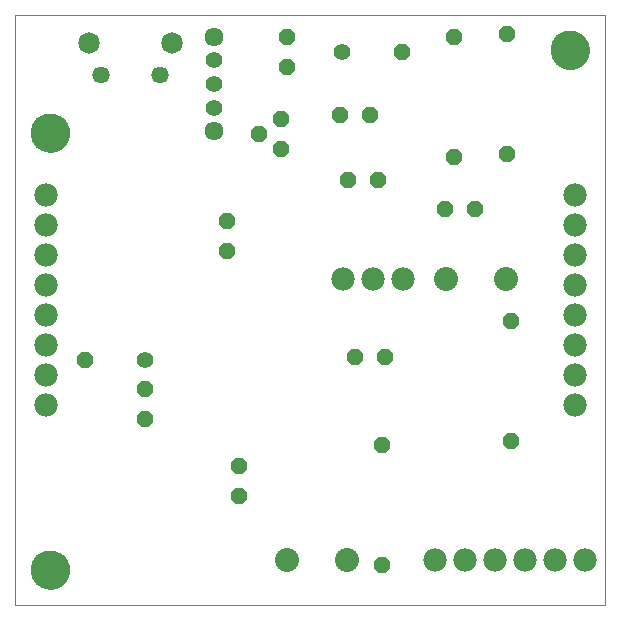
<source format=gbs>
G04 EAGLE Gerber RS-274X export*
G75*
%MOMM*%
%FSLAX34Y34*%
%LPD*%
%INSolder Mask bottom*%
%IPPOS*%
%AMOC8*
5,1,8,0,0,1.08239X$1,22.5*%
G01*
%ADD10C,0.000000*%
%ADD11C,3.301600*%
%ADD12P,1.539592X8X292.500000*%
%ADD13P,1.539592X8X22.500000*%
%ADD14C,1.422400*%
%ADD15P,1.539592X8X202.500000*%
%ADD16P,1.539592X8X112.500000*%
%ADD17C,1.459600*%
%ADD18C,1.826600*%
%ADD19C,1.981200*%
%ADD20C,2.032000*%
%ADD21C,1.409600*%
%ADD22C,1.609600*%


D10*
X0Y0D02*
X500000Y0D01*
X500000Y500000D01*
X0Y500000D01*
X0Y0D01*
X454000Y470000D02*
X454005Y470393D01*
X454019Y470785D01*
X454043Y471177D01*
X454077Y471568D01*
X454120Y471959D01*
X454173Y472348D01*
X454236Y472735D01*
X454307Y473121D01*
X454389Y473506D01*
X454479Y473888D01*
X454580Y474267D01*
X454689Y474645D01*
X454808Y475019D01*
X454935Y475390D01*
X455072Y475758D01*
X455218Y476123D01*
X455373Y476484D01*
X455536Y476841D01*
X455708Y477194D01*
X455889Y477542D01*
X456079Y477886D01*
X456276Y478226D01*
X456482Y478560D01*
X456696Y478889D01*
X456919Y479213D01*
X457149Y479531D01*
X457386Y479844D01*
X457632Y480150D01*
X457885Y480451D01*
X458145Y480745D01*
X458412Y481033D01*
X458686Y481314D01*
X458967Y481588D01*
X459255Y481855D01*
X459549Y482115D01*
X459850Y482368D01*
X460156Y482614D01*
X460469Y482851D01*
X460787Y483081D01*
X461111Y483304D01*
X461440Y483518D01*
X461774Y483724D01*
X462114Y483921D01*
X462458Y484111D01*
X462806Y484292D01*
X463159Y484464D01*
X463516Y484627D01*
X463877Y484782D01*
X464242Y484928D01*
X464610Y485065D01*
X464981Y485192D01*
X465355Y485311D01*
X465733Y485420D01*
X466112Y485521D01*
X466494Y485611D01*
X466879Y485693D01*
X467265Y485764D01*
X467652Y485827D01*
X468041Y485880D01*
X468432Y485923D01*
X468823Y485957D01*
X469215Y485981D01*
X469607Y485995D01*
X470000Y486000D01*
X470393Y485995D01*
X470785Y485981D01*
X471177Y485957D01*
X471568Y485923D01*
X471959Y485880D01*
X472348Y485827D01*
X472735Y485764D01*
X473121Y485693D01*
X473506Y485611D01*
X473888Y485521D01*
X474267Y485420D01*
X474645Y485311D01*
X475019Y485192D01*
X475390Y485065D01*
X475758Y484928D01*
X476123Y484782D01*
X476484Y484627D01*
X476841Y484464D01*
X477194Y484292D01*
X477542Y484111D01*
X477886Y483921D01*
X478226Y483724D01*
X478560Y483518D01*
X478889Y483304D01*
X479213Y483081D01*
X479531Y482851D01*
X479844Y482614D01*
X480150Y482368D01*
X480451Y482115D01*
X480745Y481855D01*
X481033Y481588D01*
X481314Y481314D01*
X481588Y481033D01*
X481855Y480745D01*
X482115Y480451D01*
X482368Y480150D01*
X482614Y479844D01*
X482851Y479531D01*
X483081Y479213D01*
X483304Y478889D01*
X483518Y478560D01*
X483724Y478226D01*
X483921Y477886D01*
X484111Y477542D01*
X484292Y477194D01*
X484464Y476841D01*
X484627Y476484D01*
X484782Y476123D01*
X484928Y475758D01*
X485065Y475390D01*
X485192Y475019D01*
X485311Y474645D01*
X485420Y474267D01*
X485521Y473888D01*
X485611Y473506D01*
X485693Y473121D01*
X485764Y472735D01*
X485827Y472348D01*
X485880Y471959D01*
X485923Y471568D01*
X485957Y471177D01*
X485981Y470785D01*
X485995Y470393D01*
X486000Y470000D01*
X485995Y469607D01*
X485981Y469215D01*
X485957Y468823D01*
X485923Y468432D01*
X485880Y468041D01*
X485827Y467652D01*
X485764Y467265D01*
X485693Y466879D01*
X485611Y466494D01*
X485521Y466112D01*
X485420Y465733D01*
X485311Y465355D01*
X485192Y464981D01*
X485065Y464610D01*
X484928Y464242D01*
X484782Y463877D01*
X484627Y463516D01*
X484464Y463159D01*
X484292Y462806D01*
X484111Y462458D01*
X483921Y462114D01*
X483724Y461774D01*
X483518Y461440D01*
X483304Y461111D01*
X483081Y460787D01*
X482851Y460469D01*
X482614Y460156D01*
X482368Y459850D01*
X482115Y459549D01*
X481855Y459255D01*
X481588Y458967D01*
X481314Y458686D01*
X481033Y458412D01*
X480745Y458145D01*
X480451Y457885D01*
X480150Y457632D01*
X479844Y457386D01*
X479531Y457149D01*
X479213Y456919D01*
X478889Y456696D01*
X478560Y456482D01*
X478226Y456276D01*
X477886Y456079D01*
X477542Y455889D01*
X477194Y455708D01*
X476841Y455536D01*
X476484Y455373D01*
X476123Y455218D01*
X475758Y455072D01*
X475390Y454935D01*
X475019Y454808D01*
X474645Y454689D01*
X474267Y454580D01*
X473888Y454479D01*
X473506Y454389D01*
X473121Y454307D01*
X472735Y454236D01*
X472348Y454173D01*
X471959Y454120D01*
X471568Y454077D01*
X471177Y454043D01*
X470785Y454019D01*
X470393Y454005D01*
X470000Y454000D01*
X469607Y454005D01*
X469215Y454019D01*
X468823Y454043D01*
X468432Y454077D01*
X468041Y454120D01*
X467652Y454173D01*
X467265Y454236D01*
X466879Y454307D01*
X466494Y454389D01*
X466112Y454479D01*
X465733Y454580D01*
X465355Y454689D01*
X464981Y454808D01*
X464610Y454935D01*
X464242Y455072D01*
X463877Y455218D01*
X463516Y455373D01*
X463159Y455536D01*
X462806Y455708D01*
X462458Y455889D01*
X462114Y456079D01*
X461774Y456276D01*
X461440Y456482D01*
X461111Y456696D01*
X460787Y456919D01*
X460469Y457149D01*
X460156Y457386D01*
X459850Y457632D01*
X459549Y457885D01*
X459255Y458145D01*
X458967Y458412D01*
X458686Y458686D01*
X458412Y458967D01*
X458145Y459255D01*
X457885Y459549D01*
X457632Y459850D01*
X457386Y460156D01*
X457149Y460469D01*
X456919Y460787D01*
X456696Y461111D01*
X456482Y461440D01*
X456276Y461774D01*
X456079Y462114D01*
X455889Y462458D01*
X455708Y462806D01*
X455536Y463159D01*
X455373Y463516D01*
X455218Y463877D01*
X455072Y464242D01*
X454935Y464610D01*
X454808Y464981D01*
X454689Y465355D01*
X454580Y465733D01*
X454479Y466112D01*
X454389Y466494D01*
X454307Y466879D01*
X454236Y467265D01*
X454173Y467652D01*
X454120Y468041D01*
X454077Y468432D01*
X454043Y468823D01*
X454019Y469215D01*
X454005Y469607D01*
X454000Y470000D01*
D11*
X470000Y470000D03*
D10*
X14000Y400000D02*
X14005Y400393D01*
X14019Y400785D01*
X14043Y401177D01*
X14077Y401568D01*
X14120Y401959D01*
X14173Y402348D01*
X14236Y402735D01*
X14307Y403121D01*
X14389Y403506D01*
X14479Y403888D01*
X14580Y404267D01*
X14689Y404645D01*
X14808Y405019D01*
X14935Y405390D01*
X15072Y405758D01*
X15218Y406123D01*
X15373Y406484D01*
X15536Y406841D01*
X15708Y407194D01*
X15889Y407542D01*
X16079Y407886D01*
X16276Y408226D01*
X16482Y408560D01*
X16696Y408889D01*
X16919Y409213D01*
X17149Y409531D01*
X17386Y409844D01*
X17632Y410150D01*
X17885Y410451D01*
X18145Y410745D01*
X18412Y411033D01*
X18686Y411314D01*
X18967Y411588D01*
X19255Y411855D01*
X19549Y412115D01*
X19850Y412368D01*
X20156Y412614D01*
X20469Y412851D01*
X20787Y413081D01*
X21111Y413304D01*
X21440Y413518D01*
X21774Y413724D01*
X22114Y413921D01*
X22458Y414111D01*
X22806Y414292D01*
X23159Y414464D01*
X23516Y414627D01*
X23877Y414782D01*
X24242Y414928D01*
X24610Y415065D01*
X24981Y415192D01*
X25355Y415311D01*
X25733Y415420D01*
X26112Y415521D01*
X26494Y415611D01*
X26879Y415693D01*
X27265Y415764D01*
X27652Y415827D01*
X28041Y415880D01*
X28432Y415923D01*
X28823Y415957D01*
X29215Y415981D01*
X29607Y415995D01*
X30000Y416000D01*
X30393Y415995D01*
X30785Y415981D01*
X31177Y415957D01*
X31568Y415923D01*
X31959Y415880D01*
X32348Y415827D01*
X32735Y415764D01*
X33121Y415693D01*
X33506Y415611D01*
X33888Y415521D01*
X34267Y415420D01*
X34645Y415311D01*
X35019Y415192D01*
X35390Y415065D01*
X35758Y414928D01*
X36123Y414782D01*
X36484Y414627D01*
X36841Y414464D01*
X37194Y414292D01*
X37542Y414111D01*
X37886Y413921D01*
X38226Y413724D01*
X38560Y413518D01*
X38889Y413304D01*
X39213Y413081D01*
X39531Y412851D01*
X39844Y412614D01*
X40150Y412368D01*
X40451Y412115D01*
X40745Y411855D01*
X41033Y411588D01*
X41314Y411314D01*
X41588Y411033D01*
X41855Y410745D01*
X42115Y410451D01*
X42368Y410150D01*
X42614Y409844D01*
X42851Y409531D01*
X43081Y409213D01*
X43304Y408889D01*
X43518Y408560D01*
X43724Y408226D01*
X43921Y407886D01*
X44111Y407542D01*
X44292Y407194D01*
X44464Y406841D01*
X44627Y406484D01*
X44782Y406123D01*
X44928Y405758D01*
X45065Y405390D01*
X45192Y405019D01*
X45311Y404645D01*
X45420Y404267D01*
X45521Y403888D01*
X45611Y403506D01*
X45693Y403121D01*
X45764Y402735D01*
X45827Y402348D01*
X45880Y401959D01*
X45923Y401568D01*
X45957Y401177D01*
X45981Y400785D01*
X45995Y400393D01*
X46000Y400000D01*
X45995Y399607D01*
X45981Y399215D01*
X45957Y398823D01*
X45923Y398432D01*
X45880Y398041D01*
X45827Y397652D01*
X45764Y397265D01*
X45693Y396879D01*
X45611Y396494D01*
X45521Y396112D01*
X45420Y395733D01*
X45311Y395355D01*
X45192Y394981D01*
X45065Y394610D01*
X44928Y394242D01*
X44782Y393877D01*
X44627Y393516D01*
X44464Y393159D01*
X44292Y392806D01*
X44111Y392458D01*
X43921Y392114D01*
X43724Y391774D01*
X43518Y391440D01*
X43304Y391111D01*
X43081Y390787D01*
X42851Y390469D01*
X42614Y390156D01*
X42368Y389850D01*
X42115Y389549D01*
X41855Y389255D01*
X41588Y388967D01*
X41314Y388686D01*
X41033Y388412D01*
X40745Y388145D01*
X40451Y387885D01*
X40150Y387632D01*
X39844Y387386D01*
X39531Y387149D01*
X39213Y386919D01*
X38889Y386696D01*
X38560Y386482D01*
X38226Y386276D01*
X37886Y386079D01*
X37542Y385889D01*
X37194Y385708D01*
X36841Y385536D01*
X36484Y385373D01*
X36123Y385218D01*
X35758Y385072D01*
X35390Y384935D01*
X35019Y384808D01*
X34645Y384689D01*
X34267Y384580D01*
X33888Y384479D01*
X33506Y384389D01*
X33121Y384307D01*
X32735Y384236D01*
X32348Y384173D01*
X31959Y384120D01*
X31568Y384077D01*
X31177Y384043D01*
X30785Y384019D01*
X30393Y384005D01*
X30000Y384000D01*
X29607Y384005D01*
X29215Y384019D01*
X28823Y384043D01*
X28432Y384077D01*
X28041Y384120D01*
X27652Y384173D01*
X27265Y384236D01*
X26879Y384307D01*
X26494Y384389D01*
X26112Y384479D01*
X25733Y384580D01*
X25355Y384689D01*
X24981Y384808D01*
X24610Y384935D01*
X24242Y385072D01*
X23877Y385218D01*
X23516Y385373D01*
X23159Y385536D01*
X22806Y385708D01*
X22458Y385889D01*
X22114Y386079D01*
X21774Y386276D01*
X21440Y386482D01*
X21111Y386696D01*
X20787Y386919D01*
X20469Y387149D01*
X20156Y387386D01*
X19850Y387632D01*
X19549Y387885D01*
X19255Y388145D01*
X18967Y388412D01*
X18686Y388686D01*
X18412Y388967D01*
X18145Y389255D01*
X17885Y389549D01*
X17632Y389850D01*
X17386Y390156D01*
X17149Y390469D01*
X16919Y390787D01*
X16696Y391111D01*
X16482Y391440D01*
X16276Y391774D01*
X16079Y392114D01*
X15889Y392458D01*
X15708Y392806D01*
X15536Y393159D01*
X15373Y393516D01*
X15218Y393877D01*
X15072Y394242D01*
X14935Y394610D01*
X14808Y394981D01*
X14689Y395355D01*
X14580Y395733D01*
X14479Y396112D01*
X14389Y396494D01*
X14307Y396879D01*
X14236Y397265D01*
X14173Y397652D01*
X14120Y398041D01*
X14077Y398432D01*
X14043Y398823D01*
X14019Y399215D01*
X14005Y399607D01*
X14000Y400000D01*
D11*
X30000Y400000D03*
D10*
X14000Y30000D02*
X14005Y30393D01*
X14019Y30785D01*
X14043Y31177D01*
X14077Y31568D01*
X14120Y31959D01*
X14173Y32348D01*
X14236Y32735D01*
X14307Y33121D01*
X14389Y33506D01*
X14479Y33888D01*
X14580Y34267D01*
X14689Y34645D01*
X14808Y35019D01*
X14935Y35390D01*
X15072Y35758D01*
X15218Y36123D01*
X15373Y36484D01*
X15536Y36841D01*
X15708Y37194D01*
X15889Y37542D01*
X16079Y37886D01*
X16276Y38226D01*
X16482Y38560D01*
X16696Y38889D01*
X16919Y39213D01*
X17149Y39531D01*
X17386Y39844D01*
X17632Y40150D01*
X17885Y40451D01*
X18145Y40745D01*
X18412Y41033D01*
X18686Y41314D01*
X18967Y41588D01*
X19255Y41855D01*
X19549Y42115D01*
X19850Y42368D01*
X20156Y42614D01*
X20469Y42851D01*
X20787Y43081D01*
X21111Y43304D01*
X21440Y43518D01*
X21774Y43724D01*
X22114Y43921D01*
X22458Y44111D01*
X22806Y44292D01*
X23159Y44464D01*
X23516Y44627D01*
X23877Y44782D01*
X24242Y44928D01*
X24610Y45065D01*
X24981Y45192D01*
X25355Y45311D01*
X25733Y45420D01*
X26112Y45521D01*
X26494Y45611D01*
X26879Y45693D01*
X27265Y45764D01*
X27652Y45827D01*
X28041Y45880D01*
X28432Y45923D01*
X28823Y45957D01*
X29215Y45981D01*
X29607Y45995D01*
X30000Y46000D01*
X30393Y45995D01*
X30785Y45981D01*
X31177Y45957D01*
X31568Y45923D01*
X31959Y45880D01*
X32348Y45827D01*
X32735Y45764D01*
X33121Y45693D01*
X33506Y45611D01*
X33888Y45521D01*
X34267Y45420D01*
X34645Y45311D01*
X35019Y45192D01*
X35390Y45065D01*
X35758Y44928D01*
X36123Y44782D01*
X36484Y44627D01*
X36841Y44464D01*
X37194Y44292D01*
X37542Y44111D01*
X37886Y43921D01*
X38226Y43724D01*
X38560Y43518D01*
X38889Y43304D01*
X39213Y43081D01*
X39531Y42851D01*
X39844Y42614D01*
X40150Y42368D01*
X40451Y42115D01*
X40745Y41855D01*
X41033Y41588D01*
X41314Y41314D01*
X41588Y41033D01*
X41855Y40745D01*
X42115Y40451D01*
X42368Y40150D01*
X42614Y39844D01*
X42851Y39531D01*
X43081Y39213D01*
X43304Y38889D01*
X43518Y38560D01*
X43724Y38226D01*
X43921Y37886D01*
X44111Y37542D01*
X44292Y37194D01*
X44464Y36841D01*
X44627Y36484D01*
X44782Y36123D01*
X44928Y35758D01*
X45065Y35390D01*
X45192Y35019D01*
X45311Y34645D01*
X45420Y34267D01*
X45521Y33888D01*
X45611Y33506D01*
X45693Y33121D01*
X45764Y32735D01*
X45827Y32348D01*
X45880Y31959D01*
X45923Y31568D01*
X45957Y31177D01*
X45981Y30785D01*
X45995Y30393D01*
X46000Y30000D01*
X45995Y29607D01*
X45981Y29215D01*
X45957Y28823D01*
X45923Y28432D01*
X45880Y28041D01*
X45827Y27652D01*
X45764Y27265D01*
X45693Y26879D01*
X45611Y26494D01*
X45521Y26112D01*
X45420Y25733D01*
X45311Y25355D01*
X45192Y24981D01*
X45065Y24610D01*
X44928Y24242D01*
X44782Y23877D01*
X44627Y23516D01*
X44464Y23159D01*
X44292Y22806D01*
X44111Y22458D01*
X43921Y22114D01*
X43724Y21774D01*
X43518Y21440D01*
X43304Y21111D01*
X43081Y20787D01*
X42851Y20469D01*
X42614Y20156D01*
X42368Y19850D01*
X42115Y19549D01*
X41855Y19255D01*
X41588Y18967D01*
X41314Y18686D01*
X41033Y18412D01*
X40745Y18145D01*
X40451Y17885D01*
X40150Y17632D01*
X39844Y17386D01*
X39531Y17149D01*
X39213Y16919D01*
X38889Y16696D01*
X38560Y16482D01*
X38226Y16276D01*
X37886Y16079D01*
X37542Y15889D01*
X37194Y15708D01*
X36841Y15536D01*
X36484Y15373D01*
X36123Y15218D01*
X35758Y15072D01*
X35390Y14935D01*
X35019Y14808D01*
X34645Y14689D01*
X34267Y14580D01*
X33888Y14479D01*
X33506Y14389D01*
X33121Y14307D01*
X32735Y14236D01*
X32348Y14173D01*
X31959Y14120D01*
X31568Y14077D01*
X31177Y14043D01*
X30785Y14019D01*
X30393Y14005D01*
X30000Y14000D01*
X29607Y14005D01*
X29215Y14019D01*
X28823Y14043D01*
X28432Y14077D01*
X28041Y14120D01*
X27652Y14173D01*
X27265Y14236D01*
X26879Y14307D01*
X26494Y14389D01*
X26112Y14479D01*
X25733Y14580D01*
X25355Y14689D01*
X24981Y14808D01*
X24610Y14935D01*
X24242Y15072D01*
X23877Y15218D01*
X23516Y15373D01*
X23159Y15536D01*
X22806Y15708D01*
X22458Y15889D01*
X22114Y16079D01*
X21774Y16276D01*
X21440Y16482D01*
X21111Y16696D01*
X20787Y16919D01*
X20469Y17149D01*
X20156Y17386D01*
X19850Y17632D01*
X19549Y17885D01*
X19255Y18145D01*
X18967Y18412D01*
X18686Y18686D01*
X18412Y18967D01*
X18145Y19255D01*
X17885Y19549D01*
X17632Y19850D01*
X17386Y20156D01*
X17149Y20469D01*
X16919Y20787D01*
X16696Y21111D01*
X16482Y21440D01*
X16276Y21774D01*
X16079Y22114D01*
X15889Y22458D01*
X15708Y22806D01*
X15536Y23159D01*
X15373Y23516D01*
X15218Y23877D01*
X15072Y24242D01*
X14935Y24610D01*
X14808Y24981D01*
X14689Y25355D01*
X14580Y25733D01*
X14479Y26112D01*
X14389Y26494D01*
X14307Y26879D01*
X14236Y27265D01*
X14173Y27652D01*
X14120Y28041D01*
X14077Y28432D01*
X14043Y28823D01*
X14019Y29215D01*
X14005Y29607D01*
X14000Y30000D01*
D11*
X30000Y30000D03*
D12*
X230200Y481300D03*
X230200Y455900D03*
D13*
X275200Y415200D03*
X300600Y415200D03*
D12*
X190200Y118300D03*
X190200Y92900D03*
D13*
X288200Y210200D03*
X313600Y210200D03*
D14*
X110500Y207500D03*
D15*
X59700Y207500D03*
D14*
X277000Y468200D03*
D13*
X327800Y468200D03*
D16*
X179800Y299700D03*
X179800Y325100D03*
D17*
X122900Y448700D03*
X72900Y448700D03*
D18*
X62900Y475700D03*
X132900Y475700D03*
D19*
X474700Y169300D03*
X474700Y194700D03*
X474700Y220100D03*
X474700Y245500D03*
X474700Y270900D03*
X474700Y296300D03*
X474700Y321700D03*
X474700Y347100D03*
X26600Y169800D03*
X26600Y195200D03*
X26600Y220600D03*
X26600Y246000D03*
X26600Y271400D03*
X26600Y296800D03*
X26600Y322200D03*
X26600Y347600D03*
D13*
X282500Y360300D03*
X307900Y360300D03*
X364100Y335300D03*
X389500Y335300D03*
D19*
X328300Y276300D03*
X302900Y276300D03*
X277500Y276300D03*
D12*
X311000Y135300D03*
X311000Y33700D03*
X371800Y481300D03*
X371800Y379700D03*
X416800Y483300D03*
X416800Y381700D03*
D20*
X416100Y276500D03*
X365300Y276500D03*
D21*
X168400Y441400D03*
X168400Y461400D03*
X168400Y421400D03*
D22*
X168400Y401400D03*
X168400Y481400D03*
D16*
X225500Y412000D03*
X206450Y399300D03*
X225500Y386600D03*
D19*
X355600Y38700D03*
X381000Y38700D03*
X406400Y38700D03*
X431800Y38700D03*
X457200Y38700D03*
X482600Y38700D03*
D20*
X230600Y38600D03*
X281400Y38600D03*
D16*
X420000Y139200D03*
X420000Y240800D03*
D12*
X110000Y182700D03*
X110000Y157300D03*
M02*

</source>
